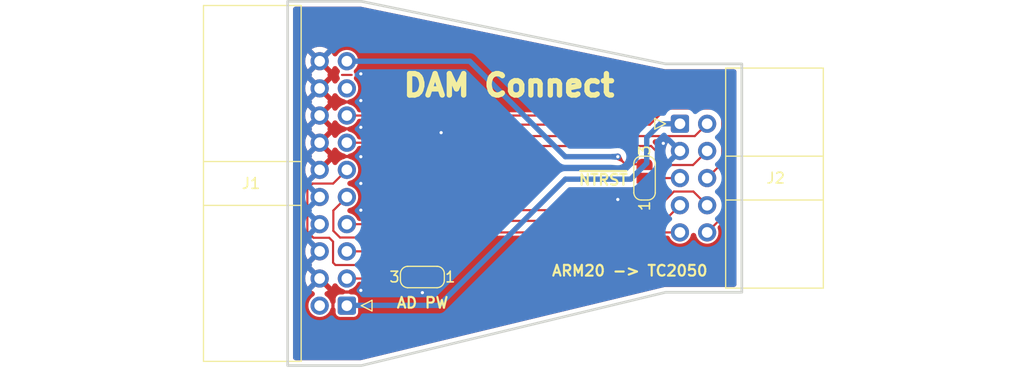
<source format=kicad_pcb>
(kicad_pcb (version 20240108) (generator "pcbnew") (generator_version "8.0")
  (title_block (title "DAM Connect") (date "2024-06-15") (rev "a") (comment 1 "MootSeeker 2024"))
  (layers (0 "F.Cu" signal) (31 "B.Cu" power) (34 "B.Paste" user) (35 "F.Paste" user) (36 "B.SilkS" user "B.Silkscreen") (37 "F.SilkS" user "F.Silkscreen") (38 "B.Mask" user) (39 "F.Mask" user) (44 "Edge.Cuts" user))
  (net 0 "")
  (net 1 "GND")
  (net 2 "/RTCLK")
  (net 3 "/TDI")
  (net 4 "/SWCLK")
  (net 5 "VCC")
  (net 6 "/~{RESET}")
  (net 8 "/SWDIO")
  (net 9 "/~{nTRST}")
  (net 11 "+5V")
  (net 12 "/SWO")
  (net 13 "Net-(J2-GNDDetect)")
  (net 14 "Net-(JP1-C)")
  (footprint "Jumper:SolderJumper-3_P1.3mm_Bridged12_RoundedPad1.0x1.5mm_NumberLabels" (layer "F.Cu") (at 169.5 89 90)
    (property "Reference" "JP1" (hide yes))
    (property "Value" "SolderJumper_3_Bridged12")
    (fp_poly (pts (xy -0.9 -0.3) (xy -0.4 -0.3) (xy -0.4 0.3) (xy -0.9 0.3)) (fill solid) (layer "F.Cu"))
    (fp_line (start -1.4 -1) (end 1.4 -1) (stroke (width 0.12)) (layer "F.SilkS"))
    (fp_line (start 2.05 -0.3) (end 2.05 0.3) (stroke (width 0.12)) (layer "F.SilkS"))
    (fp_line (start -2.05 0.3) (end -2.05 -0.3) (stroke (width 0.12)) (layer "F.SilkS"))
    (fp_line (start 1.4 1) (end -1.4 1) (stroke (width 0.12)) (layer "F.SilkS"))
    (fp_arc (start 1.35 -1) (mid 1.844975 -0.794975) (end 2.05 -0.3) (stroke (width 0.12)) (layer "F.SilkS"))
    (fp_arc (start -2.05 -0.3) (mid -1.844975 -0.794975) (end -1.35 -1) (stroke (width 0.12)) (layer "F.SilkS"))
    (fp_arc (start 2.05 0.3) (mid 1.844975 0.794975) (end 1.35 1) (stroke (width 0.12)) (layer "F.SilkS"))
    (fp_arc (start -1.35 1) (mid -1.844975 0.794975) (end -2.05 0.3) (stroke (width 0.12)) (layer "F.SilkS"))
    (fp_text user "1" (at -2.6 0 90) (layer "F.SilkS"))
    (fp_text user "3" (at 2.6 0 90) (layer "F.SilkS"))
    (pad "1" smd custom (at -1.3 0 90) (size 1 0.5) (layers "F.Cu" "F.Mask") (net 1 "GND") (options (clearance outline) (anchor rect)) (primitives (gr_poly (pts (xy 0.55 0.75) (xy 0 0.75) (xy 0 -0.75) (xy 0.55 -0.75)) (width 0) (fill yes)) (gr_circle (center 0 0.25) (end 0.5 0.25) (width 0) (fill yes)) (gr_circle (center 0 -0.25) (end 0.5 -0.25) (width 0) (fill yes))))
    (pad "2" smd rect (at 0 0 90) (size 1 1.5) (layers "F.Cu" "F.Mask") (net 14 "Net-(JP1-C)"))
    (pad "3" smd custom (at 1.3 0 90) (size 1 0.5) (layers "F.Cu" "F.Mask") (net 11 "+5V") (options (clearance outline) (anchor rect)) (primitives (gr_circle (center 0 0.25) (end 0.5 0.25) (width 0) (fill yes)) (gr_circle (center 0 -0.25) (end 0.5 -0.25) (width 0) (fill yes)) (gr_poly (pts (xy 0 0.75) (xy -0.55 0.75) (xy -0.55 -0.75) (xy 0 -0.75)) (width 0) (fill yes))))
  )
  (footprint "Connector_IDC:IDC-Header_2x05_P2.54mm_Horizontal" (layer "F.Cu") (at 172.8025 83.92)
    (property "Reference" "J2" (at 8.9475 5.08 0) (layer "F.SilkS"))
    (property "Value" "Conn_ARM_JTAG_SWD_10")
    (fp_line (start -2.35 -0.5) (end -2.35 0.5) (stroke (width 0.12)) (layer "F.SilkS"))
    (fp_line (start -2.35 0.5) (end -1.35 0) (stroke (width 0.12)) (layer "F.SilkS"))
    (fp_line (start -1.35 0) (end -2.35 -0.5) (stroke (width 0.12)) (layer "F.SilkS"))
    (fp_line (start 4.27 -5.21) (end 13.39 -5.21) (stroke (width 0.12)) (layer "F.SilkS"))
    (fp_line (start 4.27 3.03) (end 13.39 3.03) (stroke (width 0.12)) (layer "F.SilkS"))
    (fp_line (start 4.27 7.13) (end 13.39 7.13) (stroke (width 0.12)) (layer "F.SilkS"))
    (fp_line (start 4.27 15.37) (end 4.27 -5.21) (stroke (width 0.12)) (layer "F.SilkS"))
    (fp_line (start 13.39 -5.21) (end 13.39 15.37) (stroke (width 0.12)) (layer "F.SilkS"))
    (fp_line (start 13.39 15.37) (end 4.27 15.37) (stroke (width 0.12)) (layer "F.SilkS"))
    (pad "1" thru_hole roundrect (at 0 0) (size 1.7 1.7) (drill 1) (layers "*.Cu" "*.Mask") (roundrect_rratio 0.147059) (net 5 "VCC"))
    (pad "2" thru_hole circle (at 2.54 0) (size 1.7 1.7) (drill 1) (layers "*.Cu" "*.Mask") (net 8 "/SWDIO"))
    (pad "3" thru_hole circle (at 0 2.54) (size 1.7 1.7) (drill 1) (layers "*.Cu" "*.Mask") (net 1 "GND"))
    (pad "4" thru_hole circle (at 2.54 2.54) (size 1.7 1.7) (drill 1) (layers "*.Cu" "*.Mask") (net 4 "/SWCLK"))
    (pad "5" thru_hole circle (at 0 5.08) (size 1.7 1.7) (drill 1) (layers "*.Cu" "*.Mask") (net 14 "Net-(JP1-C)"))
    (pad "6" thru_hole circle (at 2.54 5.08) (size 1.7 1.7) (drill 1) (layers "*.Cu" "*.Mask") (net 12 "/SWO"))
    (pad "7" thru_hole circle (at 0 7.62) (size 1.7 1.7) (drill 1) (layers "*.Cu" "*.Mask") (net 2 "/RTCLK"))
    (pad "8" thru_hole circle (at 2.54 7.62) (size 1.7 1.7) (drill 1) (layers "*.Cu" "*.Mask") (net 3 "/TDI"))
    (pad "9" thru_hole circle (at 0 10.16) (size 1.7 1.7) (drill 1) (layers "*.Cu" "*.Mask") (net 13 "Net-(J2-GNDDetect)"))
    (pad "10" thru_hole circle (at 2.54 10.16) (size 1.7 1.7) (drill 1) (layers "*.Cu" "*.Mask") (net 6 "/~{RESET}"))
  )
  (footprint "Connector_IDC:IDC-Header_2x10_P2.54mm_Horizontal" (layer "F.Cu") (at 141.6975 100.93 180)
    (property "Reference" "J1" (at 8.9475 11.43 360) (layer "F.SilkS"))
    (property "Value" "Conn_ARM_JTAG_SWD_20")
    (fp_line (start 13.39 28.07) (end 4.27 28.07) (stroke (width 0.12)) (layer "F.SilkS"))
    (fp_line (start 13.39 -5.21) (end 13.39 28.07) (stroke (width 0.12)) (layer "F.SilkS"))
    (fp_line (start 4.27 28.07) (end 4.27 -5.21) (stroke (width 0.12)) (layer "F.SilkS"))
    (fp_line (start 4.27 13.48) (end 13.39 13.48) (stroke (width 0.12)) (layer "F.SilkS"))
    (fp_line (start 4.27 9.38) (end 13.39 9.38) (stroke (width 0.12)) (layer "F.SilkS"))
    (fp_line (start 4.27 -5.21) (end 13.39 -5.21) (stroke (width 0.12)) (layer "F.SilkS"))
    (fp_line (start -1.35 0) (end -2.35 -0.5) (stroke (width 0.12)) (layer "F.SilkS"))
    (fp_line (start -2.35 0.5) (end -1.35 0) (stroke (width 0.12)) (layer "F.SilkS"))
    (fp_line (start -2.35 -0.5) (end -2.35 0.5) (stroke (width 0.12)) (layer "F.SilkS"))
    (pad "1" thru_hole roundrect (at 0 0 180) (size 1.7 1.7) (drill 1) (layers "*.Cu" "*.Mask") (roundrect_rratio 0.147059) (net 5 "VCC"))
    (pad "2" thru_hole circle (at 2.54 0 180) (size 1.7 1.7) (drill 1) (layers "*.Cu" "*.Mask"))
    (pad "3" thru_hole circle (at 0 2.54 180) (size 1.7 1.7) (drill 1) (layers "*.Cu" "*.Mask") (net 9 "/~{nTRST}"))
    (pad "4" thru_hole circle (at 2.54 2.54 180) (size 1.7 1.7) (drill 1) (layers "*.Cu" "*.Mask") (net 1 "GND"))
    (pad "5" thru_hole circle (at 0 5.08 180) (size 1.7 1.7) (drill 1) (layers "*.Cu" "*.Mask") (net 3 "/TDI"))
    (pad "6" thru_hole circle (at 2.54 5.08 180) (size 1.7 1.7) (drill 1) (layers "*.Cu" "*.Mask") (net 1 "GND"))
    (pad "7" thru_hole circle (at 0 7.62 180) (size 1.7 1.7) (drill 1) (layers "*.Cu" "*.Mask") (net 8 "/SWDIO"))
    (pad "8" thru_hole circle (at 2.54 7.62 180) (size 1.7 1.7) (drill 1) (layers "*.Cu" "*.Mask") (net 1 "GND"))
    (pad "9" thru_hole circle (at 0 10.16 180) (size 1.7 1.7) (drill 1) (layers "*.Cu" "*.Mask") (net 4 "/SWCLK"))
    (pad "10" thru_hole circle (at 2.54 10.16 180) (size 1.7 1.7) (drill 1) (layers "*.Cu" "*.Mask") (net 1 "GND"))
    (pad "11" thru_hole circle (at 0 12.7 180) (size 1.7 1.7) (drill 1) (layers "*.Cu" "*.Mask") (net 2 "/RTCLK"))
    (pad "12" thru_hole circle (at 2.54 12.7 180) (size 1.7 1.7) (drill 1) (layers "*.Cu" "*.Mask") (net 1 "GND"))
    (pad "13" thru_hole circle (at 0 15.24 180) (size 1.7 1.7) (drill 1) (layers "*.Cu" "*.Mask") (net 12 "/SWO"))
    (pad "14" thru_hole circle (at 2.54 15.24 180) (size 1.7 1.7) (drill 1) (layers "*.Cu" "*.Mask") (net 1 "GND"))
    (pad "15" thru_hole circle (at 0 17.78 180) (size 1.7 1.7) (drill 1) (layers "*.Cu" "*.Mask") (net 6 "/~{RESET}"))
    (pad "16" thru_hole circle (at 2.54 17.78 180) (size 1.7 1.7) (drill 1) (layers "*.Cu" "*.Mask") (net 1 "GND"))
    (pad "17" thru_hole circle (at 0 20.32 180) (size 1.7 1.7) (drill 1) (layers "*.Cu" "*.Mask"))
    (pad "18" thru_hole circle (at 2.54 20.32 180) (size 1.7 1.7) (drill 1) (layers "*.Cu" "*.Mask") (net 1 "GND"))
    (pad "19" thru_hole circle (at 0 22.86 180) (size 1.7 1.7) (drill 1) (layers "*.Cu" "*.Mask") (net 11 "+5V"))
    (pad "20" thru_hole circle (at 2.54 22.86 180) (size 1.7 1.7) (drill 1) (layers "*.Cu" "*.Mask") (net 1 "GND"))
  )
  (footprint "Fiducial:Fiducial_0.5mm_Mask1mm" (layer "F.Cu") (at 144 104.5)
    (property "Reference" "FID2" (hide yes))
    (property "Value" "Fiducial")
    (pad "" smd circle (at 0 0) (size 0.5 0.5) (layers "F.Cu" "F.Mask") (clearance 0.25))
  )
  (footprint "Jumper:SolderJumper-3_P1.3mm_Bridged12_RoundedPad1.0x1.5mm_NumberLabels" (layer "F.Cu") (at 148.75 98.25 180)
    (property "Reference" "JP2" (hide yes))
    (property "Value" "SolderJumper_3_Bridged12")
    (fp_poly (pts (xy -0.9 -0.3) (xy -0.4 -0.3) (xy -0.4 0.3) (xy -0.9 0.3)) (fill solid) (layer "F.Cu"))
    (fp_line (start 2.05 -0.3) (end 2.05 0.3) (stroke (width 0.12)) (layer "F.SilkS"))
    (fp_line (start 1.4 1) (end -1.4 1) (stroke (width 0.12)) (layer "F.SilkS"))
    (fp_line (start -1.4 -1) (end 1.4 -1) (stroke (width 0.12)) (layer "F.SilkS"))
    (fp_line (start -2.05 0.3) (end -2.05 -0.3) (stroke (width 0.12)) (layer "F.SilkS"))
    (fp_arc (start 2.05 0.3) (mid 1.844975 0.794975) (end 1.35 1) (stroke (width 0.12)) (layer "F.SilkS"))
    (fp_arc (start 1.35 -1) (mid 1.844975 -0.794975) (end 2.05 -0.3) (stroke (width 0.12)) (layer "F.SilkS"))
    (fp_arc (start -1.35 1) (mid -1.844975 0.794975) (end -2.05 0.3) (stroke (width 0.12)) (layer "F.SilkS"))
    (fp_arc (start -2.05 -0.3) (mid -1.844975 -0.794975) (end -1.35 -1) (stroke (width 0.12)) (layer "F.SilkS"))
    (fp_text user "3" (at 2.6 0 360) (layer "F.SilkS"))
    (fp_text user "1" (at -2.6 0 360) (layer "F.SilkS"))
    (pad "1" smd custom (at -1.3 0 180) (size 1 0.5) (layers "F.Cu" "F.Mask") (net 13 "Net-(J2-GNDDetect)") (options (clearance outline) (anchor rect)) (primitives (gr_poly (pts (xy 0.55 0.75) (xy 0 0.75) (xy 0 -0.75) (xy 0.55 -0.75)) (width 0) (fill yes)) (gr_circle (center 0 0.25) (end 0.5 0.25) (width 0) (fill yes)) (gr_circle (center 0 -0.25) (end 0.5 -0.25) (width 0) (fill yes))))
    (pad "2" smd rect (at 0 0 180) (size 1 1.5) (layers "F.Cu" "F.Mask") (net 1 "GND"))
    (pad "3" smd custom (at 1.3 0 180) (size 1 0.5) (layers "F.Cu" "F.Mask") (net 9 "/~{nTRST}") (options (clearance outline) (anchor rect)) (primitives (gr_circle (center 0 0.25) (end 0.5 0.25) (width 0) (fill yes)) (gr_circle (center 0 -0.25) (end 0.5 -0.25) (width 0) (fill yes)) (gr_poly (pts (xy 0 0.75) (xy -0.55 0.75) (xy -0.55 -0.75) (xy 0 -0.75)) (width 0) (fill yes))))
  )
  (footprint "Fiducial:Fiducial_0.5mm_Mask1mm" (layer "F.Cu") (at 170.5 79.75)
    (property "Reference" "FID1" (hide yes))
    (property "Value" "Fiducial")
    (pad "" smd circle (at 0 0) (size 0.5 0.5) (layers "F.Cu" "F.Mask") (clearance 0.25))
  )
  (gr_poly (pts (xy 136.1675 106.53) (xy 136.1675 72.47) (xy 143.0475 72.47) (xy 171.4525 78.32) (xy 178.5825 78.32) (xy 178.5825 99.68) (xy 171.4525 99.68) (xy 143.0475 106.53)) (stroke (width 0.25)) (fill none) (layer "Edge.Cuts"))
  (gr_text "AD PW" (at 146.25 101.25 0) (layer "F.SilkS") (effects (font (size 1 1) (thickness 0.2) (bold yes)) (justify left bottom)))
  (gr_text "DAM Connect" (at 146.75 81.5 0) (layer "F.SilkS") (effects (font (size 2 2) (thickness 0.5) (bold yes)) (justify left bottom)))
  (gr_text "ARM20 -> TC2050" (at 160.75 98.25 0) (layer "F.SilkS") (effects (font (size 1 1) (thickness 0.2) (bold yes)) (justify left bottom)))
  (gr_text "~{NTRST}" (at 163.25 89.75 0) (layer "F.SilkS") (effects (font (size 1 1) (thickness 0.2) (bold yes)) (justify left bottom)))
  (segment (start 141.241654 79.351006) (end 142.144964 79.351006) (width 0.2) (layer "F.Cu") (net 0))
  (segment (start 141.25856 81.88266) (end 142.16187 81.88266) (width 0.3) (layer "F.Cu") (net 1))
  (segment (start 140.397122 101.417914) (end 140.397122 100.514604) (width 0.3) (layer "F.Cu") (net 1))
  (segment (start 167 91) (end 167.7 90.3) (width 0.2) (layer "F.Cu") (net 1))
  (segment (start 141.241654 86.976619) (end 142.144964 86.976619) (width 0.3) (layer "F.Cu") (net 1))
  (segment (start 148.75 99.713679) (end 148.736321 99.7) (width 0.2) (layer "F.Cu") (net 1))
  (segment (start 167.7 90.3) (end 169.5 90.3) (width 0.2) (layer "F.Cu") (net 1))
  (segment (start 141.279424 99.653309) (end 142.182734 99.653309) (width 0.3) (layer "F.Cu") (net 1))
  (segment (start 141.216546 84.393021) (end 142.119856 84.393021) (width 0.3) (layer "F.Cu") (net 1))
  (segment (start 148.75 98.25) (end 148.75 99.713679) (width 0.2) (layer "F.Cu") (net 1))
  (via (at 167 91) (size 0.6) (drill 0.3) (layers "F.Cu" "B.Cu") (net 1))
  (via (at 143 87) (size 0.6) (drill 0.3) (layers "F.Cu" "B.Cu") (net 1))
  (via (at 143 99.5) (size 0.6) (drill 0.3) (layers "F.Cu" "B.Cu") (net 1))
  (via (at 171.25 85.75) (size 0.6) (drill 0.3) (layers "F.Cu" "B.Cu") (net 1))
  (via (at 143 81.75) (size 0.6) (drill 0.3) (layers "F.Cu" "B.Cu") (net 1))
  (via (at 143 89.5) (size 0.6) (drill 0.3) (layers "F.Cu" "B.Cu") (net 1))
  (via (at 150.5 84.75) (size 0.6) (drill 0.3) (layers "F.Cu" "B.Cu") (net 1))
  (via (at 148.75 99.713679) (size 0.6) (drill 0.3) (layers "F.Cu" "B.Cu") (net 1))
  (via (at 143 84.25) (size 0.6) (drill 0.3) (layers "F.Cu" "B.Cu") (net 1))
  (via (at 143 79.25) (size 0.6) (drill 0.3) (layers "F.Cu" "B.Cu") (net 1))
  (via (at 143 92) (size 0.6) (drill 0.3) (layers "F.Cu" "B.Cu") (net 1))
  (segment (start 141.6975 88.23) (end 140.417173 89.510327) (width 0.2) (layer "F.Cu") (net 2))
  (segment (start 138.489673 89.510327) (end 138.0075 89.9925) (width 0.2) (layer "F.Cu") (net 2))
  (segment (start 140.407625 96.907625) (end 140.630711 97.130711) (width 0.2) (layer "F.Cu") (net 2))
  (segment (start 140.048761 94.581838) (end 140.407625 94.940702) (width 0.2) (layer "F.Cu") (net 2))
  (segment (start 171.3425 93) (end 172.8025 91.54) (width 0.2) (layer "F.Cu") (net 2))
  (segment (start 140.630711 97.130711) (end 146.369289 97.130711) (width 0.2) (layer "F.Cu") (net 2))
  (segment (start 140.407625 94.940702) (end 140.407625 96.907625) (width 0.2) (layer "F.Cu") (net 2))
  (segment (start 146.369289 97.130711) (end 150.5 93) (width 0.2) (layer "F.Cu") (net 2))
  (segment (start 150.5 93) (end 171.3425 93) (width 0.2) (layer "F.Cu") (net 2))
  (segment (start 140.417173 89.510327) (end 138.489673 89.510327) (width 0.2) (layer "F.Cu") (net 2))
  (segment (start 138.0075 94.0075) (end 138.581838 94.581838) (width 0.2) (layer "F.Cu") (net 2))
  (segment (start 138.0075 89.9925) (end 138.0075 94.0075) (width 0.2) (layer "F.Cu") (net 2))
  (segment (start 138.581838 94.581838) (end 140.048761 94.581838) (width 0.2) (layer "F.Cu") (net 2))
  (segment (start 170.5 92) (end 149.25 92) (width 0.2) (layer "F.Cu") (net 3))
  (segment (start 149.25 92) (end 145.4 95.85) (width 0.2) (layer "F.Cu") (net 3))
  (segment (start 175.3425 91.54) (end 174.060245 90.257745) (width 0.2) (layer "F.Cu") (net 3))
  (segment (start 174.060245 90.257745) (end 172.242255 90.257745) (width 0.2) (layer "F.Cu") (net 3))
  (segment (start 145.4 95.85) (end 141.6975 95.85) (width 0.2) (layer "F.Cu") (net 3))
  (segment (start 172.242255 90.257745) (end 170.5 92) (width 0.2) (layer "F.Cu") (net 3))
  (segment (start 171.883504 87.775427) (end 174.027073 87.775427) (width 0.2) (layer "F.Cu") (net 4))
  (segment (start 153 86) (end 170.108077 86) (width 0.2) (layer "F.Cu") (net 4))
  (segment (start 141.6975 90.77) (end 140.433548 92.033952) (width 0.2) (layer "F.Cu") (net 4))
  (segment (start 174.027073 87.775427) (end 175.3425 86.46) (width 0.2) (layer "F.Cu") (net 4))
  (segment (start 141.056019 94.556019) (end 144.443981 94.556019) (width 0.2) (layer "F.Cu") (net 4))
  (segment (start 140.433548 92.033952) (end 140.433548 93.933548) (width 0.2) (layer "F.Cu") (net 4))
  (segment (start 140.433548 93.933548) (end 141.056019 94.556019) (width 0.2) (layer "F.Cu") (net 4))
  (segment (start 144.443981 94.556019) (end 153 86) (width 0.2) (layer "F.Cu") (net 4))
  (segment (start 170.108077 86) (end 171.883504 87.775427) (width 0.2) (layer "F.Cu") (net 4))
  (segment (start 169.7 85.2) (end 170.98 83.92) (width 0.5) (layer "B.Cu") (net 5))
  (segment (start 141.6975 100.93) (end 141.6975 100.9025) (width 0.5) (layer "B.Cu") (net 5))
  (segment (start 170.98 83.92) (end 172.8025 83.92) (width 0.5) (layer "B.Cu") (net 5))
  (segment (start 150.3 100.9) (end 162.1 89.1) (width 0.5) (layer "B.Cu") (net 5))
  (segment (start 162.1 89.1) (end 168.2 89.1) (width 0.5) (layer "B.Cu") (net 5))
  (segment (start 168.2 89.1) (end 169.7 87.6) (width 0.5) (layer "B.Cu") (net 5))
  (segment (start 169.7 87.6) (end 169.7 85.2) (width 0.5) (layer "B.Cu") (net 5))
  (segment (start 141.7 100.9) (end 150.3 100.9) (width 0.5) (layer "B.Cu") (net 5))
  (segment (start 141.6975 100.9025) (end 141.7 100.9) (width 0.5) (layer "B.Cu") (net 5))
  (segment (start 177.25 92.1725) (end 177.25 82.75) (width 0.2) (layer "F.Cu") (net 6))
  (segment (start 171.25 81.75) (end 169.85 83.15) (width 0.2) (layer "F.Cu") (net 6))
  (segment (start 176.25 81.75) (end 171.25 81.75) (width 0.2) (layer "F.Cu") (net 6))
  (segment (start 175.3425 94.08) (end 177.25 92.1725) (width 0.2) (layer "F.Cu") (net 6))
  (segment (start 177.25 82.75) (end 176.25 81.75) (width 0.2) (layer "F.Cu") (net 6))
  (segment (start 169.85 83.15) (end 141.6975 83.15) (width 0.2) (layer "F.Cu") (net 6))
  (segment (start 141.6975 93.31) (end 143.19 93.31) (width 0.2) (layer "F.Cu") (net 8))
  (segment (start 174.1925 85.07) (end 175.3425 83.92) (width 0.2) (layer "F.Cu") (net 8))
  (segment (start 151.43 85.07) (end 174.1925 85.07) (width 0.2) (layer "F.Cu") (net 8))
  (segment (start 143.19 93.31) (end 151.43 85.07) (width 0.2) (layer "F.Cu") (net 8))
  (segment (start 147.49 98.39) (end 147.5 98.4) (width 0.2) (layer "F.Cu") (net 9))
  (segment (start 141.6975 98.39) (end 147.49 98.39) (width 0.2) (layer "F.Cu") (net 9))
  (segment (start 167.7 87.7) (end 169.5 87.7) (width 0.2) (layer "F.Cu") (net 11))
  (segment (start 167 87) (end 167.7 87.7) (width 0.2) (layer "F.Cu") (net 11))
  (via (at 167 87) (size 0.6) (drill 0.3) (layers "F.Cu" "B.Cu") (net 11))
  (segment (start 141.6975 78.07) (end 153.17 78.07) (width 0.5) (layer "B.Cu") (net 11))
  (segment (start 162.1 87) (end 167 87) (width 0.5) (layer "B.Cu") (net 11))
  (segment (start 153.17 78.07) (end 162.1 87) (width 0.5) (layer "B.Cu") (net 11))
  (segment (start 176.75 87.5925) (end 175.3425 89) (width 0.2) (layer "F.Cu") (net 12))
  (segment (start 141.6975 85.69) (end 143.31 85.69) (width 0.2) (layer "F.Cu") (net 12))
  (segment (start 171.5 82.5) (end 176.024423 82.5) (width 0.2) (layer "F.Cu") (net 12))
  (segment (start 145 84) (end 170 84) (width 0.2) (layer "F.Cu") (net 12))
  (segment (start 170 84) (end 171.5 82.5) (width 0.2) (layer "F.Cu") (net 12))
  (segment (start 143.31 85.69) (end 145 84) (width 0.2) (layer "F.Cu") (net 12))
  (segment (start 176.75 83.225577) (end 176.75 87.5925) (width 0.2) (layer "F.Cu") (net 12))
  (segment (start 176.024423 82.5) (end 176.75 83.225577) (width 0.2) (layer "F.Cu") (net 12))
  (segment (start 151.67 94.08) (end 172.8025 94.08) (width 0.2) (layer "F.Cu") (net 13))
  (segment (start 150.05 95.7) (end 151.67 94.08) (width 0.2) (layer "F.Cu") (net 13))
  (segment (start 150.05 98.25) (end 150.05 95.7) (width 0.2) (layer "F.Cu") (net 13))
  (segment (start 172.8025 89) (end 169.5 89) (width 0.2) (layer "F.Cu") (net 14))
  (zone (net 0) (net_name "") (layer "F.Cu") (name "GND") (connect_pads (clearance 0)) (min_thickness 0.5)
    (keepout (tracks allowed) (vias allowed) (pads allowed) (copperpour not_allowed) (footprints allowed))
    (fill (thermal_gap 0.5) (thermal_bridge_width 0.5) (smoothing fillet))
    (polygon (pts (xy 166.5 89.5) (xy 166.5 91.75) (xy 170.5 91.75) (xy 170.5 89.5)))
  )
  (zone (net 0) (net_name "") (layer "F.Cu") (name "GND") (connect_pads (clearance 0)) (min_thickness 0.5)
    (keepout (tracks allowed) (vias allowed) (pads allowed) (copperpour not_allowed) (footprints allowed))
    (fill (thermal_gap 0.5) (thermal_bridge_width 0.5) (smoothing fillet))
    (polygon (pts (xy 148.25 97.25) (xy 149.25 97.25) (xy 149.25 99.562926) (xy 148.25 99.562926)))
  )
  (zone (net 1) (net_name "GND") (layer "F.Cu") (name "GND") (priority 1) (connect_pads (clearance 0)) (min_thickness 0.5) (fill yes (thermal_gap 0.5) (thermal_bridge_width 0.5) (smoothing fillet))
    (polygon (pts (xy 136.1675 72.47) (xy 136.1675 106.53) (xy 143.0475 106.53) (xy 171.4525 99.68) (xy 178.5825 99.68) (xy 178.5825 78.32) (xy 171.4525 78.32) (xy 143.0475 72.47)))
  )
  (zone (net 0) (net_name "") (layer "B.Cu") (name "GND") (connect_pads (clearance 0)) (min_thickness 0.5)
    (keepout (tracks allowed) (vias allowed) (pads allowed) (copperpour not_allowed) (footprints allowed))
    (fill (thermal_gap 0.5) (thermal_bridge_width 0.5) (smoothing fillet))
    (polygon (pts (xy 139.25 78) (xy 139.25 100.75) (xy 141.75 101) (xy 141.75 78)))
  )
  (zone (net 1) (net_name "GND") (layer "B.Cu") (name "GND") (connect_pads (clearance 0.5)) (min_thickness 0.5) (fill yes (thermal_gap 0.5) (thermal_bridge_width 0.5) (smoothing fillet))
    (polygon (pts (xy 127.9175 72.47) (xy 127.9175 106.53) (xy 143.0475 106.53) (xy 171.4525 99.68) (xy 186.5825 99.68) (xy 186.5825 78.32) (xy 171.4525 78.32) (xy 143.0475 72.47)))
  )
  (zone (net 0) (net_name "") (layer "B.Cu") (name "GND") (connect_pads (clearance 0)) (min_thickness 0.5)
    (keepout (tracks allowed) (vias allowed) (pads allowed) (copperpour not_allowed) (footprints allowed))
    (fill (thermal_gap 0.5) (thermal_bridge_width 0.5) (smoothing fillet))
    (polygon (pts (xy 172.8 83.9) (xy 172.8 94.1) (xy 175.3 94.1) (xy 175.3 83.9)))
  )
)
</source>
